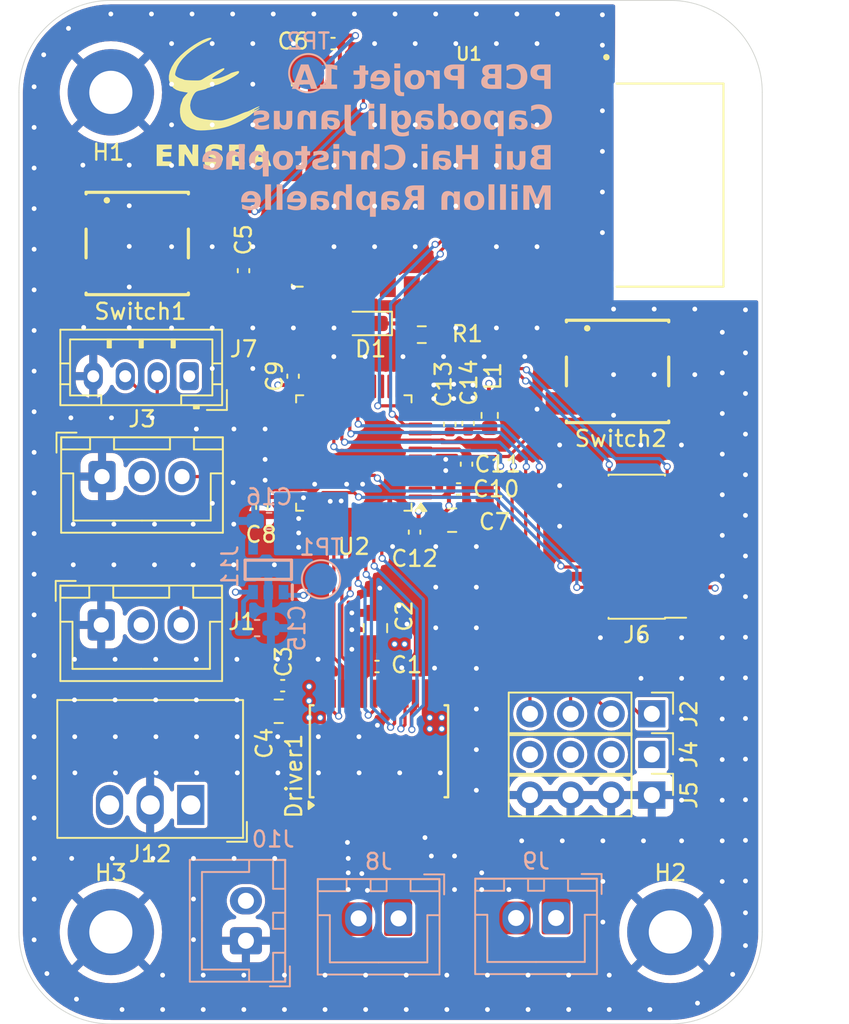
<source format=kicad_pcb>
(kicad_pcb (version 20240108) (generator "pcbnew") (generator_version "8.0")
  (title_block (title "PCB projet 1A ") (date "2025-02-06") (comment 1 "pinheader 3x4 P2.54mm donc j'ai combiné 3 rangés de 4 pins P2.54mm") (comment 2 "Les evertissements viennent du fait qu'il n'y a pas d'empreinte connecteur "))
  (layers (0 "F.Cu" signal) (1 "In1.Cu" signal) (2 "In2.Cu" signal) (31 "B.Cu" signal) (34 "B.Paste" user) (35 "F.Paste" user) (36 "B.SilkS" user "B.Silkscreen") (37 "F.SilkS" user "F.Silkscreen") (38 "B.Mask" user) (39 "F.Mask" user) (44 "Edge.Cuts" user))
  (net 0 "")
  (net 1 "+5V")
  (net 2 "GND")
  (net 3 "+3.3V")
  (net 4 "Net-(C5-Pad2)")
  (net 5 "+7.5V")
  (net 6 "/MCU, Alimentation et Régulateurs/NRST")
  (net 7 "+3.3VA")
  (net 8 "Net-(D1-K)")
  (net 9 "Net-(D1-A)")
  (net 10 "AO1")
  (net 11 "PWMA")
  (net 12 "BIN2")
  (net 13 "BIN1")
  (net 14 "BO2")
  (net 15 "AO2")
  (net 16 "BO1")
  (net 17 "AIN1")
  (net 18 "AIN2")
  (net 19 "PWMB")
  (net 20 "STBY")
  (net 21 "Echo")
  (net 22 "Triger")
  (net 23 "GPIO4")
  (net 24 "GPIO3")
  (net 25 "GPIO1")
  (net 26 "GPIO2")
  (net 28 "NRST")
  (net 29 "SWDIO")
  (net 31 "STLINK_TX")
  (net 32 "STLINK_RX")
  (net 36 "SWCLK")
  (net 37 "PWM_Servo2")
  (net 38 "PWM_Servo1")
  (net 41 "Net-(U1-~{RESETB})")
  (net 57 "UART4_RX")
  (net 71 "UART4_TX")
  (footprint "Package_QFP:LQFP-48_7x7mm_P0.5mm" (layer "F.Cu") (at 161.2 79.05 180)
    (property "Reference" "U2")
    (property "Value" "STM32L552CCTx")
  )
  (footprint "Connector_PinHeader_2.54mm:PinHeader_1x04_P2.54mm_Vertical" (layer "F.Cu") (at 179.84 100.44 -90)
    (property "Reference" "J5")
    (property "Value" "Conn_01x04")
  )
  (footprint "Capacitor_SMD:C_0805_2012Metric" (layer "F.Cu") (at 162.55 90 90)
    (property "Reference" "C2")
    (property "Value" "10u")
  )
  (footprint "Capacitor_SMD:C_0402_1005Metric" (layer "F.Cu") (at 165 84 -90)
    (property "Reference" "C12")
    (property "Value" "100n")
  )
  (footprint "Connector_PinHeader_2.54mm:PinHeader_1x04_P2.54mm_Vertical" (layer "F.Cu") (at 179.84 97.9 -90)
    (property "Reference" "J4")
    (property "Value" "Conn_01x04")
  )
  (footprint "Connector_JST:JST_PH_B4B-PH-K_1x04_P2.00mm_Vertical" (layer "F.Cu") (at 150.9 74.25 180)
    (property "Reference" "J7")
    (property "Value" "Conn_01x04")
  )
  (footprint "Connector_PinHeader_1.27mm:PinHeader_2x07_P1.27mm_Vertical_SMD" (layer "F.Cu") (at 178.9 84.91 180)
    (property "Reference" "J6")
    (property "Value" "Conn_ST_STDC14")
  )
  (footprint "Capacitor_SMD:C_0402_1005Metric" (layer "F.Cu") (at 162.65 92.4)
    (property "Reference" "C1")
    (property "Value" "100n")
  )
  (footprint "Capacitor_SMD:C_0402_1005Metric" (layer "F.Cu") (at 154.3 67.65 90)
    (property "Reference" "C5")
    (property "Value" "100n")
  )
  (footprint "MountingHole:MountingHole_2.7mm_M2.5_Pad" (layer "F.Cu") (at 146 109)
    (property "Reference" "H3")
    (property "Value" "MountingHole_Pad")
  )
  (footprint "Capacitor_SMD:C_0402_1005Metric" (layer "F.Cu") (at 168.25 79.75 -90)
    (property "Reference" "C11")
    (property "Value" "10n")
  )
  (footprint "Capacitor_SMD:C_0402_1005Metric" (layer "F.Cu") (at 155.45 82.45 -90)
    (property "Reference" "C8")
    (property "Value" "100n")
  )
  (footprint "boutonSMD_wurth430471025826:430471025826" (layer "F.Cu") (at 177.7 73.95)
    (property "Reference" "Switch2")
    (property "Value" "430471025826")
    (property "VALUE" "430471025826" (hide yes))
  )
  (footprint "Capacitor_SMD:C_0402_1005Metric" (layer "F.Cu") (at 156.75 93.6 180)
    (property "Reference" "C3")
    (property "Value" "100n")
  )
  (footprint "boutonSMD_wurth430471025826:430471025826" (layer "F.Cu") (at 147.65 65.95)
    (property "Reference" "Switch1")
    (property "Value" "430471025826")
    (property "VALUE" "430471025826" (hide yes))
  )
  (footprint "LED_SMD:LED_0603_1608Metric_Pad1.05x0.95mm_HandSolder" (layer "F.Cu") (at 161.925 70.95 180)
    (property "Reference" "D1")
    (property "Value" "LED")
  )
  (footprint "Inductor_SMD:L_0603_1608Metric" (layer "F.Cu") (at 169.7 76.7 90)
    (property "Reference" "L1")
    (property "Value" "39n")
  )
  (footprint "Capacitor_SMD:C_0402_1005Metric" (layer "F.Cu") (at 159.9 53.45 180)
    (property "Reference" "C6")
    (property "Value" "100n")
  )
  (footprint "MountingHole:MountingHole_2.7mm_M2.5_Pad" (layer "F.Cu") (at 146 56.5)
    (property "Reference" "H1")
    (property "Value" "MountingHole_Pad")
  )
  (footprint "LogoEnsea:LogoEnsea" (layer "F.Cu") (at 152.451173 57.402827)
    (property "Reference" "G***" (hide yes))
    (property "Value" "LOGO" (hide yes))
  )
  (footprint "Connector_JST:JST_XH_B3B-XH-A_1x03_P2.50mm_Vertical" (layer "F.Cu") (at 145.4 89.8)
    (property "Reference" "J1")
    (property "Value" "Conn_01x03")
  )
  (footprint "Capacitor_SMD:C_0402_1005Metric" (layer "F.Cu") (at 167.75 81.3)
    (property "Reference" "C10")
    (property "Value" "100n")
  )
  (footprint "Package_SO:SSOP-24_5.3x8.2mm_P0.65mm" (layer "F.Cu") (at 162.775 97.7 90)
    (property "Reference" "Driver1")
    (property "Value" "TB6612FNG")
  )
  (footprint "Capacitor_SMD:C_0805_2012Metric" (layer "F.Cu") (at 156.5 95.2 180)
    (property "Reference" "C4")
    (property "Value" "10u")
  )
  (footprint "Resistor_SMD:R_0603_1608Metric_Pad0.98x0.95mm_HandSolder" (layer "F.Cu") (at 165.45 71.65 180)
    (property "Reference" "R1")
    (property "Value" "1k")
  )
  (footprint "Converter_DCDC:Converter_DCDC_RECOM_R-78B-2.0_THT" (layer "F.Cu") (at 151 101.0575 180)
    (property "Reference" "J12")
    (property "Value" "R-78B5.0-2.0")
  )
  (footprint "Connector_PinHeader_2.54mm:PinHeader_1x04_P2.54mm_Vertical" (layer "F.Cu") (at 179.84 95.36 -90)
    (property "Reference" "J2")
    (property "Value" "Conn_01x04")
  )
  (footprint "HC-05:XCVR_HC-05" (layer "F.Cu") (at 170.5 62.3 -90)
    (property "Reference" "U1")
    (property "Value" "HC-05")
  )
  (footprint "Capacitor_SMD:C_0402_1005Metric" (layer "F.Cu") (at 168.35 77.2 90)
    (property "Reference" "C14")
    (property "Value" "1u")
  )
  (footprint "MountingHole:MountingHole_2.7mm_M2.5_Pad" (layer "F.Cu") (at 181 109)
    (property "Reference" "H2")
    (property "Value" "MountingHole_Pad")
  )
  (footprint "Connector_JST:JST_XH_B3B-XH-A_1x03_P2.50mm_Vertical" (layer "F.Cu") (at 145.45 80.525)
    (property "Reference" "J3")
    (property "Value" "Conn_01x03")
  )
  (footprint "Capacitor_SMD:C_0402_1005Metric" (layer "F.Cu") (at 167.2 77.25 90)
    (property "Reference" "C13")
    (property "Value" "10n")
  )
  (footprint "Capacitor_SMD:C_0402_1005Metric" (layer "F.Cu") (at 157.4 74.25 90)
    (property "Reference" "C9")
    (property "Value" "100n")
  )
  (footprint "Capacitor_SMD:C_0805_2012Metric" (layer "F.Cu") (at 167.35 83.25)
    (property "Reference" "C7")
    (property "Value" "4u7")
  )
  (footprint "Connector_JST:JST_XH_B2B-XH-A_1x02_P2.50mm_Vertical" (layer "B.Cu") (at 154.45 109.55 90)
    (property "Reference" "J10")
    (property "Value" "Conn_01x02")
  )
  (footprint "BU33SD5WG-TR:SOT95P280X125-5N" (layer "B.Cu") (at 155.85 86.35 90)
    (property "Reference" "J11")
    (property "Value" "BU33SD5WG-TR")
  )
  (footprint "Connector_JST:JST_XH_B2B-XH-A_1x02_P2.50mm_Vertical" (layer "B.Cu") (at 173.85 108.125 180)
    (property "Reference" "J9")
    (property "Value" "Conn_01x02")
  )
  (footprint "TestPoint:TestPoint_Pad_D2.0mm" (layer "B.Cu") (at 158.35 55.3 180)
    (property "Reference" "TP2")
    (property "Value" "TestPoint")
  )
  (footprint "TestPoint:TestPoint_Pad_D2.0mm" (layer "B.Cu") (at 159.15 86.95 180)
    (property "Reference" "TP1")
    (property "Value" "TestPoint")
  )
  (footprint "Connector_JST:JST_XH_B2B-XH-A_1x02_P2.50mm_Vertical" (layer "B.Cu") (at 164 108.15 180)
    (property "Reference" "J8")
    (property "Value" "Conn_01x02")
  )
  (footprint "Capacitor_SMD:C_0603_1608Metric_Pad1.08x0.95mm_HandSolder" (layer "B.Cu") (at 155.15 90)
    (property "Reference" "C15")
    (property "Value" "1uF")
  )
  (footprint "Capacitor_SMD:C_0603_1608Metric_Pad1.08x0.95mm_HandSolder" (layer "B.Cu") (at 155.9 83.3 180)
    (property "Reference" "C16")
    (property "Value" "1uF")
  )
  (gr_arc (start 146.05 114.75) (mid 141.969491 113.101219) (end 140.25 109.05) (stroke (width 0.05)) (layer "Edge.Cuts"))
  (gr_line (start 181 114.75) (end 146.05 114.75) (stroke (width 0.05)) (layer "Edge.Cuts"))
  (gr_line (start 140.25 109.05) (end 140.25 56.5) (stroke (width 0.05)) (layer "Edge.Cuts"))
  (gr_arc (start 186.75 109) (mid 185.065864 113.065864) (end 181 114.75) (stroke (width 0.05)) (layer "Edge.Cuts"))
  (gr_arc (start 140.25 56.5) (mid 141.934136 52.434136) (end 146 50.75) (stroke (width 0.05)) (layer "Edge.Cuts"))
  (gr_line (start 186.75 56.5) (end 186.75 109) (stroke (width 0.05)) (layer "Edge.Cuts"))
  (gr_line (start 146 50.75) (end 181 50.75) (stroke (width 0.05)) (layer "Edge.Cuts"))
  (gr_arc (start 181 50.75) (mid 185.065864 52.434136) (end 186.75 56.5) (stroke (width 0.05)) (layer "Edge.Cuts"))
  (gr_text "PCB Projet 1A\nCapodagli Janus\nBui Hai Christophe\nMillon Raphaelle" (at 173.7 64.1 0) (layer "B.SilkS") (effects (font (size 1.5 1.5) (thickness 0.2) (bold yes)) (justify left bottom mirror)))
  (via (at 153.8 87.75) (size 0.45) (drill 0.3) (layers "F.Cu" "B.Cu") (net 1))
  (via (at 158.05 87.95) (size 0.45) (drill 0.3) (layers "F.Cu" "B.Cu") (net 1))
  (segment (start 154.9 87.75) (end 154.3 88.35) (width 0.3) (layer "B.Cu") (net 1))
  (segment (start 158.05 87.95) (end 158.15 87.95) (width 0.3) (layer "B.Cu") (net 1))
  (segment (start 158.05 87.95) (end 157 87.95) (width 0.3) (layer "B.Cu") (net 1))
  (segment (start 157 87.95) (end 156.8 87.75) (width 0.3) (layer "B.Cu") (net 1))
  (segment (start 158.15 87.95) (end 159.15 86.95) (width 0.3) (layer "B.Cu") (net 1))
  (segment (start 153.8 87.75) (end 154.9 87.75) (width 0.3) (layer "B.Cu") (net 1))
  (segment (start 154.3 89.9875) (end 154.2875 90) (width 0.3) (layer "B.Cu") (net 1))
  (segment (start 154.3 88.35) (end 154.3 89.9875) (width 0.3) (layer "B.Cu") (net 1))
  (via (at 146.04 76.85) (size 0.45) (drill 0.3) (layers "F.Cu" "B.Cu") (net 2))
  (via (at 181.705 93.14) (size 0.45) (drill 0.3) (layers "F.Cu" "B.Cu") (net 2))
  (via (at 153.65 80.9) (size 0.45) (drill 0.3) (layers "F.Cu" "B.Cu") (net 2))
  (via (at 146.19 83.5) (size 0.45) (drill 0.3) (layers "F.Cu" "B.Cu") (net 2))
  (via (at 148.805 94.49) (size 0.45) (drill 0.3) (layers "F.Cu" "B.Cu") (net 2))
  (via (at 143.65 83.5) (size 0.45) (drill 0.3) (layers "F.Cu" "B.Cu") (net 2))
  (via (at 154.318239 111.698705) (size 0.45) (drill 0.3) (layers "F.Cu" "B.Cu") (net 2))
  (via (at 185.7 82.95) (size 0.45) (drill 0.3) (layers "F.Cu" "B.Cu") (net 2))
  (via (at 168.65 75.6) (size 0.45) (drill 0.3) (layers "F.Cu" "B.Cu") (net 2))
  (via (at 155.65 77.55) (size 0.45) (drill 0.3) (layers "F.Cu" "B.Cu") (net 2))
  (via (at 161.24 51.6) (size 0.45) (drill 0.3) (layers "F.Cu" "B.Cu") (net 2))
  (via (at 143.725 94.49) (size 0.45) (drill 0.3) (layers "F.Cu" "B.Cu") (net 2))
  (via (at 149.8 55.99) (size 0.45) (drill 0.3) (layers "F.Cu" "B.Cu") (net 2))
  (via (at 185.7 93.11) (size 0.45) (drill 0.3) (layers "F.Cu" "B.Cu") (net 2))
  (via (at 184.25 74.04) (size 0.45) (drill 0.3) (layers "F.Cu" "B.Cu") (net 2))
  (via (at 169.558239 111.698705) (size 0.45) (drill 0.3) (layers "F.Cu" "B.Cu") (net 2))
  (via (at 155.65 80.75) (size 0.45) (drill 0.3) (layers "F.Cu" "B.Cu") (net 2))
  (via (at 156.25 104.4) (size 0.45) (drill 0.3) (layers "F.Cu" "B.Cu") (net 2))
  (via (at 149.8 66.15) (size 0.45) (drill 0.3) (layers "F.Cu" "B.Cu") (net 2))
  (via (at 172.66 71.23) (size 0.45) (drill 0.3) (layers "F.Cu" "B.Cu") (net 2))
  (via (at 182.53 70.05) (size 0.45) (drill 0.3) (layers "F.Cu" "B.Cu") (net 2))
  (via (at 176.78 105.84) (size 0.45) (drill 0.3) (layers "F.Cu" "B.Cu") (net 2))
  (via (at 171.895 73.025) (size 0.45) (drill 0.3) (layers "F.Cu" "B.Cu") (net 2))
  (via (at 161.7 105.35) (size 0.45) (drill 0.3) (layers "F.Cu" "B.Cu") (net 2))
  (via (at 141.2 81.55) (size 0.45) (drill 0.3) (layers "F.Cu" "B.Cu") (net 2))
  (via (at 151.08 51.6) (size 0.45) (drill 0.3) (layers "F.Cu" "B.Cu") (net 2))
  (via (at 167.45 75.65) (size 0.45) (drill 0.3) (layers "F.Cu" "B.Cu") (net 2))
  (via (at 147.15 71.21) (size 0.45) (drill 0.3) (layers "F.Cu" "B.Cu") (net 2))
  (via (at 169.56 113.85) (size 0.45) (drill 0.3) (layers "F.Cu" "B.Cu") (net 2))
  (via (at 152.34 66.15) (size 0.45) (drill 0.3) (layers "F.Cu" "B.Cu") (net 2))
  (via (at 160.75 81) (size 0.45) (drill 0.3) (layers "F.Cu" "B.Cu") (net 2))
  (via (at 170.12 71.23) (size 0.45) (drill 0.3) (layers "F.Cu" "B.Cu") (net 2))
  (via (at 174.075 78.55) (size 0.45) (drill 0.3) (layers "F.Cu" "B.Cu") (net 2))
  (via (at 179.32 103.3) (size 0.45) (drill 0.3) (layers "F.Cu" "B.Cu") (net 2))
  (via (at 151.17 109.48) (size 0.45) (drill 0.3) (layers "F.Cu" "B.Cu") (net 2))
  (via (at 184.245 90.6) (size 0.45) (drill 0.3) (layers "F.Cu" "B.Cu") (net 2))
  (via (at 167.58 58.53) (size 0.45) (drill 0.3) (layers "F.Cu" "B.Cu") (net 2))
  (via (at 185.7 75.33) (size 0.45) (drill 0.3) (layers "F.Cu" "B.Cu") (net 2))
  (via (at 174.64 113.85) (size 0.45) (drill 0.3) (layers "F.Cu" "B.Cu") (net 2))
  (via (at 141.2 58.69) (size 0.45) (drill 0.3) (layers "F.Cu" "B.Cu") (net 2))
  (via (at 167.58 63.61) (size 0.45) (drill 0.3) (layers "F.Cu" "B.Cu") (net 2))
  (via (at 160.85 104.4) (size 0.45) (drill 0.3) (layers "F.Cu" "B.Cu") (net 2))
  (via (at 166.325 89.98) (size 0.45) (drill 0.3) (layers "F.Cu" "B.Cu") (net 2))
  (via (at 167.02 113.85) (size 0.45) (drill 0.3) (layers "F.Cu" "B.Cu") (net 2))
  (via (at 184.25 84.2) (size 0.45) (drill 0.3) (layers "F.Cu" "B.Cu") (net 2))
  (via (at 141.2 71.39) (size 0.45) (drill 0.3) (layers "F.Cu" "B.Cu") (net 2))
  (via (at 149.8 53.45) (size 0.45) (drill 0.3) (layers "F.Cu" "B.Cu") (net 2))
  (via (at 146.29 99.05) (size 0.45) (drill 0.3) (layers "F.Cu" "B.Cu") (net 2))
  (via (at 159.96 61.07) (size 0.45) (drill 0.3) (layers "F.Cu" "B.Cu") (net 2))
  (via (at 163.625 84.9) (size 0.45) (drill 0.3) (layers "F.Cu" "B.Cu") (net 2))
  (via (at 170.9 106.35) (size 0.45) (drill 0.3) (layers "F.Cu" "B.Cu") (net 2))
  (via (at 177.45 74.15) (size 0.45) (drill 0.3) (layers "F.Cu" "B.Cu") (net 2))
  (via (at 169.355 73.025) (size 0.45) (drill 0.3) (layers "F.Cu" "B.Cu") (net 2))
  (via (at 185.7 72.79) (size 0.45) (drill 0.3) (layers "F.Cu" "B.Cu") (net 2))
  (via (at 160.85 106.35) (size 0.45) (drill 0.3) (layers "F.Cu" "B.Cu") (net 2))
  (via (at 154.88 71.23) (size 0.45) (drill 0.3) (layers "F.Cu" "B.Cu") (net 2))
  (via (at 141.2 109.49) (size 0.45) (drill 0.3) (layers "F.Cu" "B.Cu") (net 2))
  (via (at 148.83 99.05) (size 0.45) (drill 0.3) (layers "F.Cu" "B.Cu") (net 2))
  (via (at 159.96 71.23) (size 0.45) (drill 0.3) (layers "F.Cu" "B.Cu") (net 2))
  (via (at 162.5 53.45) (size 0.45) (drill 0.3) (layers "F.Cu" "B.Cu") (net 2))
  (via (at 151.36 96.79) (size 0.45) (drill 0.3) (layers "F.Cu" "B.Cu") (net 2))
  (via (at 141.2 76.47) (size 0.45) (drill 0.3) (layers "F.Cu" "B.Cu") (net 2))
  (via (at 142 111.6) (size 0.45) (drill 0.3) (layers "F.Cu" "B.Cu") (net 2))
  (via (at 141.2 84.09) (size 0.45) (drill 0.3) (layers "F.Cu" "B.Cu") (net 2))
  (via (at 182.53 74.15) (size 0.45) (drill 0.3) (layers "F.Cu" "B.Cu") (net 2))
  (via (at 165.04 58.53) (size 0.45) (drill 0.3) (layers "F.Cu" "B.Cu") (net 2))
  (via (at 177.178239 111.698705) (size 0.45) (drill 0.3) (layers "F.Cu" "B.Cu") (net 2))
  (via (at 152.34 55.99) (size 0.45) (drill 0.3) (layers "F.Cu" "B.Cu") (net 2))
  (via (at 154.88 73.77) (size 0.45) (drill 0.3) (layers "F.Cu" "B.Cu") (net 2))
  (via (at 141.8 54.15) (size 0.45) (drill 0.3) (layers "F.Cu" "B.Cu") (net 2))
  (via (at 141.2 56.15) (size 0.45) (drill 0.3) (layers "F.Cu" "B.Cu") (net 2))
  (via (at 172.66 63.61) (size 0.45) (drill 0.3) (layers "F.Cu" "B.Cu") (net 2))
  (via (at 184.245 95.68) (size 0.45) (drill 0.3) (layers "F.Cu" "B.Cu") (net 2))
  (via (at 181.695 78.55) (size 0.45) (drill 0.3) (layers "F.Cu" "B.Cu") (net 2))
  (via (at 148.54 51.6) (size 0.45) (drill 0.3) (layers "F.Cu" "B.Cu") (net 2))
  (via (at 172.66 58.53) (size 0.45) (drill 0.3) (layers "F.Cu" "B.Cu") (net 2))
  (via (at 153.9 96.79) (size 0.45) (drill 0.3) (layers "F.Cu" "B.Cu") (net 2))
  (via (at 184.25 86.74) (size 0.45) (drill 0.3) (layers "F.Cu" "B.Cu") (net 2))
  (via (at 161.075 90.1) (size 0.45) (drill 0.3) (layers "F.Cu" "B.Cu") (net 2))
  (via (at 146.265 94.49) (size 0.45) (drill 0.3) (layers "F.Cu" "B.Cu") (net 2))
  (via (at 159.96 66.15) (size 0.45) (drill 0.3) (layers "F.Cu" "B.Cu") (net 2))
  (via (at 167.018239 111.698705) (size 0.45) (drill 0.3) (layers "F.Cu" "B.Cu") (net 2))
  (via (at 184.245 105.84) (size 0.45) (drill 0.3) (layers "F.Cu" "B.Cu") (net 2))
  (via (at 166.61 99.05) (size 0.45) (drill 0.3) (layers "F.Cu" "B.Cu") (net 2))
  (via (at 166.2 74.8) (size 0.45) (drill 0.3) (layers "F.Cu" "B.Cu") (net 2))
  (via (at 156.23 86.04) (size 0.45) (drill 0.3) (layers "F.Cu" "B.Cu") (net 2))
  (via (at 143.74 96.79) (size 0.45) (drill 0.3) (layers "F.Cu" "B.Cu") (net 2))
  (via (at 153.69 86.04) (size 0.45) (drill 0.3) (layers "F.Cu" "B.Cu") (net 2))
  (via (at 148.58 76.85) (size 0.45) (drill 0.3) (layers "F.Cu" "B.Cu") (net 2))
  (via (at 161.075 89.05) (size 0.45) (drill 0.3) (layers "F.Cu" "B.Cu") (net 2))
  (via (at 184.25 76.58) (size 0.45) (drill 0.3) (layers "F.Cu" "B.Cu") (net 2))
  (via (at 162.825 87.5) (size 0.45) (drill 0.3) (layers "F.Cu" "B.Cu") (net 2))
  (via (at 164.025 88.6) (size 0.45) (drill 0.3) (layers "F.Cu" "B.Cu") (net 2))
  (via (at 141.2 63.77) (size 0.45) (drill 0.3) (layers "F.Cu" "B.Cu") (net 2))
  (via (at 168.865 89.98) (size 0.45) (drill 0.3) (layers "F.Cu" "B.Cu") (net 2))
  (via (at 164.525 89.75) (size 0.45) (drill 0.3) (layers "F.Cu" "B.Cu") (net 2))
  (via (at 164.48 113.85) (size 0.45) (drill 0.3) (layers "F.Cu" "B.Cu") (net 2))
  (via (at 161.075 91.325) (size 0.45) (drill 0.3) (layers "F.Cu" "B.Cu") (net 2))
  (via (at 160.85 105.3) (size 0.45) (drill 0.3) (layers "F.Cu" "B.Cu") (net 2))
  (via (at 146.7 113.85) (size 0.45) (drill 0.3) (layers "F.Cu" "B.Cu") (net 2))
  (via (at 156.16 51.6) (size 0.45) (drill 0.3) (layers "F.Cu" "B.Cu") (net 2))
  (via (at 149.24 113.85) (size 0.45) (drill 0.3) (layers "F.Cu" "B.Cu") (net 2))
  (via (at 160.8 103.4) (size 0.45) (drill 0.3) (layers "F.Cu" "B.Cu") (net 2))
  (via (at 151.15 86.04) (size 0.45) (drill 0.3) (layers "F.Cu" "B.Cu") (net 2))
  (via (at 168.865 87.44) (size 0.45) (drill 0.3) (layers "F.Cu" "B.Cu") (net 2))
  (via (at 151.35 77.55) (size 0.45) (drill 0.3) (layers "F.Cu" "B.Cu") (net 2))
  (via (at 168.865 84.9) (size 0.45) (drill 0.3) (layers "F.Cu" "B.Cu") (net 2))
  (via (at 141.2 68.85) (size 0.45) (drill 0.3) (layers "F.Cu" "B.Cu") (net 2))
  (via (at 146.28 96.79) (size 0.45) (drill 0.3) (layers "F.Cu" "B.Cu") (net 2))
  (via (at 182.7 113.45) (size 0.45) (drill 0.3) (layers "F.Cu" "B.Cu") (net 2))
  (via (at 172.66 66.15) (size 0.45) (drill 0.3) (layers "F.Cu" "B.Cu") (net 2))
  (via (at 168.865 100.14) (size 0.45) (drill 0.3) (layers "F.Cu" "B.Cu") (net 2))
  (via (at 185.7 70.1) (size 0.45) (drill 0.3) (layers "F.Cu" "B.Cu") (net 2))
  (via (at 156.44 96.79) (size 0.45) (drill 0.3) (layers "F.Cu" "B.Cu") (net 2))
  (via (at 174.24 103.3) (size 0.45) (drill 0.3) (layers "F.Cu" "B.Cu") (net 2))
  (via (at 141.2 89.17) (size 0.45) (drill 0.3) (layers "F.Cu" "B.Cu") (net 2))
  (via (at 166.95 80.15) (size 0.45) (drill 0.3) (layers "F.Cu" "B.Cu") (net 2))
  (via (at 143.725 91.95) (size 0.45) (drill 0.3) (layers "F.Cu" "B.Cu") (net 2))
  (via (at 162.5 61.07) (size 0.45) (drill 0.3) (layers "F.Cu" "B.Cu") (net 2))
  (via (at 168.865 97.6) (size 0.45) (drill 0.3) (layers "F.Cu" "B.Cu") (net 2))
  (via (at 153.69 83.5) (size 0.45) (drill 0.3) (layers "F.Cu" "B.Cu") (net 2))
  (via (at 165.04 61.07) (size 0.45) (drill 0.3) (layers "F.Cu" "B.Cu") (net 2))
  (via (at 154.88 66.15) (size 0.45) (drill 0.3) (layers "F.Cu" "B.Cu") (net 2))
  (via (at 169.2 105.3) (size 0.45) (drill 0.3) (layers "F.Cu" "B.Cu") (net 2))
  (via (at 176.75 53.55) (size 0.45) (drill 0.3) (layers "F.Cu" "B.Cu") (net 2))
  (via (at 179.165 93.14) (size 0.45) (drill 0.3) (layers "F.Cu" "B.Cu") (net 2))
  (via (at 172.66 53.45) (size 0.45) (drill 0.3) (layers "F.Cu" "B.Cu") (net 2))
  (via (at 141.2 66.31) (size 0.45) (drill 0.3) (layers "F.Cu" "B.Cu") (net 2))
  (via (at 158.99 99.05) (size 0.45) (drill 0.3) (layers "F.Cu" "B.Cu") (net 2))
  (via (at 141.2 86.63) (size 0.45) (drill 0.3) (layers "F.Cu" "B.Cu") (net 2))
  (via (at 161.53 99.05) (size 0.45) (drill 0.3) (layers "F.Cu" "B.Cu") (net 2))
  (via (at 166.325 87.44) (size 0.45) (drill 0.3) (layers "F.Cu" "B.Cu") (net 2))
  (via (at 146.19 86.04) (size 0.45) (drill 0.3) (layers "F.Cu" "B.Cu") (net 2))
  (via (at 181.705 98.22) (size 0.45) (drill 0.3) (layers "F.Cu" "B.Cu") (net 2))
  (via (at 152.34 71.23) (size 0.45) (drill 0.3) (layers "F.Cu" "B.Cu") (net 2))
  (via (at 149.8 71.23) (size 0.45) (drill 0.3) (layers "F.Cu" "B.Cu") (net 2))
  (via (at 156.86 113.85) (size 0.45) (drill 0.3) (layers "F.Cu" "B.Cu") (net 2))
  (via (at 148.805 91.95) (size 0.45) (drill 0.3) (layers "F.Cu" "B.Cu") (net 2))
  (via (at 184.25 71.5) (size 0.45) (drill 0.3) (layers "F.Cu" "B.Cu") (net 2))
  (via (at 152.35 82.2) (size 0.45) (drill 0.3) (layers "F.Cu" "B.Cu") (net 2))
  (via (at 151.78 113.85) (size 0.45) (drill 0.3) (layers "F.Cu" "B.Cu") (net 2))
  (via (at 161.52 96.79) (size 0.45) (drill 0.3) (layers "F.Cu" "B.Cu") (net 2))
  (via (at 161.938239 111.698705) (size 0.45) (drill 0.3) (layers "F.Cu" "B.Cu") (net 2))
  (via (at 153.7 77.55) (size 0.45) (drill 0.3) (layers "F.Cu" "B.Cu") (net 2))
  (via (at 167.5 104.25) (size 0.45) (drill 0.3) (layers "F.Cu" "B.Cu") (net 2))
  (via (at 158.965 91.95) (size 0.45) (drill 0.3) (layers "F.Cu" "B.Cu") (net 2))
  (via (at 149.8 61.07) (size 0.45) (drill 0.3) (layers "F.Cu" "B.Cu") (net 2))
  (via (at 159.4 113.85) (size 0.45) (drill 0.3) (layers "F.Cu" "B.Cu") (net 2))
  (via (at 148.73 86.04) (size 0.45) (drill 0.3) (layers "F.Cu" "B.Cu") (net 2))
  (via (at 185.7 77.87) (size 0.45) (drill 0.3) (layers "F.Cu" "B.Cu") (net 2))
  (via (at 167.5 106.35) (size 0.45) (drill 0.3) (layers "F.Cu" "B.Cu") (net 2))
  (via (at 153.91 99.05) (size 0.45) (drill 0.3) (layers "F.Cu" "B.Cu") (net 2))
  (via (at 144.3 71.2) (size 0.45) (drill 0.3) (layers "F.Cu" "B.Cu") (net 2))
  (via (at 158.98 96.79) (size 0.45) (drill 0.3) (layers "F.Cu" "B.Cu") (net 2))
  (via (at 141.2 104.41) (size 0.45) (drill 0.3) (layers "F.Cu" "B.Cu") (net 2))
  (via (at 148.63 104.4) (size 0.45) (drill 0.3) (layers "F.Cu" "B.Cu") (net 2))
  (via (at 176.75 62.73) (size 0.45) (drill 0.3) (layers "F.Cu" "B.Cu") (net 2))
  (via (at 151.15 83.5) (size 0.45) (drill 0.3) (layers "F.Cu" "B.Cu") (net 2))
  (via (at 170.12 66.15) (size 0.45) (drill 0.3) (layers "F.Cu" "B.Cu") (net 2))
  (via (at 141.2 106.95) (size 0.45) (drill 0.3) (layers "F.Cu" "B.Cu") (net 2))
  (via (at 179.72 113.85) (size 0.45) (drill 0.3) (layers "F.Cu" "B.Cu") (net 2))
  (via (at 143.35 52.5) (size 0.45) (drill 0.3) (layers "F.Cu" "B.Cu") (net 2))
  (via (at 164.478239 111.698705) (size 0.45) (drill 0.3) (layers "F.Cu" "B.Cu") (net 2))
  (via (at 156.858239 111.698705) (size 0.45) (drill 0.3) (layers "F.Cu" "B.Cu") (net 2))
  (via (at 154.88 61.07) (size 0.45) (drill 0.3) (layers "F.Cu" "B.Cu") (net 2))
  (via (at 153.885 94.49) (size 0.45) (drill 0.3) (layers "F.Cu" "B.Cu") (net 2))
  (via (at 152.34 61.07) (size 0.45) (drill 0.3) (layers "F.Cu" "B.Cu") (net 2))
  (via (at 162.5 66.15) (size 0.45) (drill 0.3) (layers "F.Cu" "B.Cu") (net 2))
  (via (at 166.815 73.025) (size 0.45) (drill 0.3) (layers "F.Cu" "B.Cu") (net 2))
  (via (at 157.42 53.45) (size 0.45) (drill 0.3) (layers "F.Cu" "B.Cu") (net 2))
  (via (at 167.45 74.75) (size 0.45) (drill 0.3) (layers "F.Cu" "B.Cu") (net 2))
  (via (at 162.5 58.53) (size 0.45) (drill 0.3) (layers "F.Cu" "B.Cu") (net 2))
  (via (at 179.155 78.55) (size 0.45) (drill 0.3) (layers "F.Cu" "B.Cu") (net 2))
  (via (at 171.4 51.6) (size 0.45) (drill 0.3) (layers "F.Cu" "B.Cu") (net 2))
  (via (at 168.865 95.06) (size 0.45) (drill 0.3) (layers "F.Cu" "B.Cu") (net 2))
  (via (at 165.65 103.1) (size 0.45) (drill 0.3) (layers "F.Cu" "B.Cu") (net 2))
  (via (at 185.7 88.03) (size 0.45) (drill 0.3) (layers "F.Cu" "B.Cu") (net 2))
  (via (at 141.2 73.93) (size 0.45) (drill 0.3) (layers "F.Cu" "B.Cu") (net 2))
  (via (at 166.325 84.9) (size 0.45) (drill 0.3) (layers "F.Cu" "B.Cu") (net 2))
  (via (at 143.55 104.4) (size 0.45) (drill 0.3) (layers "F.Cu" "B.Cu") (net 2))
  (via (at 161.75 81) (size 0.45) (drill 0.3) (layers "F.Cu" "B.Cu") (net 2))
  (via (at 166.32 51.6) (size 0.45) (drill 0.3) (layers "F.Cu" "B.Cu") (net 2))
  (via (at 154.32 113.85) (size 0.45) (drill 0.3) (layers "F.Cu" "B.Cu") (net 2))
  (via (at 181.705 95.68) (size 0.45) (drill 0.3) (layers "F.Cu" "B.Cu") (net 2))
  (via (at 185.7 90.57) (size 0.45) (drill 0.3) (layers "F.Cu" "B.Cu") (net 2))
  (via (at 162.675 96.075) (size 0.45) (drill 0.3) (layers "F.Cu" "B.Cu") (net 2))
  (via (at 167.58 61.07) (size 0.45) (drill 0.3) (layers "F.Cu" "B.Cu") (net 2))
  (via (at 176.75 57.65) (size 0.45) (drill 0.3) (layers "F.Cu" "B.Cu") (net 2))
  (via (at 168.65 74.8) (size 0.45) (drill 0.3) (layers "F.Cu" "B.Cu") (net 2))
  (via (at 147.15 63.59) (size 0.45) (drill 0.3) (layers "F.Cu" "B.Cu") (net 2))
  (via (at 158.75 81) (size 0.45) (drill 0.3) (layers "F.Cu" "B.Cu") (net 2))
  (via (at 146 51.6) (size 0.45) (drill 0.3) (layers "F.Cu" "B.Cu") (net 2))
  (via (at 184.245 100.76) (size 0.45) (drill 0.3) (layers "F.Cu" "B.Cu") (net 2))
  (via (at 179.99 70.05) (size 0.45) (drill 0.3) (layers "F.Cu" "B.Cu") (net 2))
  (via (at 152.34 58.53) (size 0.45) (drill 0.3) (layers "F.Cu" "B.Cu") (net 2))
  (via (at 181.705 100.76) (size 0.45) (drill 0.3) (layers "F.Cu" "B.Cu") (net 2))
  (via (at 174.638239 111.698705) (size 0.45) (drill 0.3) (layers "F.Cu" "B.Cu") (net 2))
  (via (at 177.45 76.69) (size 0.45) (drill 0.3) (layers "F.Cu" "B.Cu") (net 2))
  (via (at 166.25 92.5) (size 0.45) (drill 0.3) (layers "F.Cu" "B.Cu") (net 2))
  (via (at 184.245 103.3) (size 0.45) (drill 0.3) (layers "F.Cu" "B.Cu") (net 2))
  (via (at 143.5 76.85) (size 0.45) (drill 0.3) (layers "F.Cu" "B.Cu") (net 2))
  (via (at 171.7 103.3) (size 0.45) (drill 0.3) (layers "F.Cu" "B.Cu") (net 2))
  (via (at 184.245 98.22) (size 0.45) (drill 0.3) (layers "F.Cu" "B.Cu") (net 2))
  (via (at 163.78 51.6) (size 0.45) (drill 0.3) (layers "F.Cu" "B.Cu") (net 2))
  (via (at 184.25 81.66) (size 0.45) (drill 0.3) (layers "F.Cu" "B.Cu") (net 2))
  (via (at 179.165 90.6) (size 0.45) (drill 0.3) (layers "F.Cu" "B.Cu") (net 2))
  (via (at 156.45 99.05) (size 0.45) (drill 0.3) (layers "F.Cu" "B.Cu") (net 2))
  (via (at 148.73 83.5) (size 0.45) (drill 0.3) (layers "F.Cu" "B.Cu") (net 2))
  (via (at 154.88 55.99) (size 0.45) (drill 0.3) (layers "F.Cu" "B.Cu") (net 2))
  (via (at 154.88 53.45) (size 0.45) (drill 0.3) (layers "F.Cu" "B.Cu") (net 2))
  (via (at 146.265 91.95) (size 0.45) (drill 0.3) (layers "F.Cu" "B.Cu") (net 2))
  (via (at 176.625 90.6) (size 0.45) (drill 0.3) (layers "F.Cu" "B.Cu") (net 2))
  (via (at 164.2 92.475) (size 0.45) (drill 0.3) (layers "F.Cu" "B.Cu") (net 2))
  (via (at 158.7 51.6) (size 0.45) (drill 0.3) (layers "F.Cu" "B.Cu") (net 2))
  (via (at 179.99 74.15) (size 0.45) (drill 0.3) (layers "F.Cu" "B.Cu") (net 2))
  (via (at 149.238239 111.698705) (size 0.45) (drill 0.3) (layers "F.Cu" "B.Cu") (net 2))
  (via (at 141.2 96.79) (size 0.45) (drill 0.3) (layers "F.Cu" "B.Cu") (net 2))
  (via (at 147.15 61.05) (size 0.45) (drill 0.3) (layers "F.Cu" "B.Cu") (net 2))
  (via (at 185.7 80.41) (size 0.45) (drill 0.3) (layers "F.Cu" "B.Cu") (net 2))
  (via (at 161.94 113.85) (size 0.45) (drill 0.3) (layers "F.Cu" "B.Cu") (net 2))
  (via (at 157.42 71.23) (size 0.45) (drill 0.3) (layers "F.Cu" "B.Cu") (net 2))
  (via (at 168.865 92.52) (size 0.45) (drill 0.3) (layers "F.Cu" "B.Cu") (net 2))
  (via (at 166.2 75.65) (size 0.45) (drill 0.3) (layers "F.Cu" "B.Cu") (net 2))
  (via (at 141.2 101.87) (size 0.45) (drill 0.3) (layers "F.Cu" "B.Cu") (net 2))
  (via (at 151.345 94.49) (size 0.45) (drill 0.3) (layers "F.Cu" "B.Cu") (net 2))
  (via (at 185.7 100.73) (size 0.45) (drill 0.3) (layers "F.Cu" "B.Cu") (net 2))
  (via (at 152.34 53.45) (size 0.45) (drill 0.3) (layers "F.Cu" "B.Cu") (net 2))
  (via (at 172.1 113.85) (size 0.45) (drill 0.3) (layers "F.Cu" "B.Cu") (net 2))
  (via (at 184.9 111.65) (size 0.45) (drill 0.3) (layers "F.Cu" "B.Cu") (net 2))
  (via (at 181.705 103.3) (size 0.45) (drill 0.3) (layers "F.Cu" "B.Cu") (net 2))
  (via (at 174.075 83.63) (size 0.45) (drill 0.3) (layers "F.Cu" "B.Cu") (net 2))
  (via (at 151.345 91.95) (size 0.45) (drill 0.3) (layers "F.Cu" "B.Cu") (net 2))
  (via (at 177.45 70.05) (size 0.45) (drill 0.3) (layers "F.Cu" "B.Cu") (net 2))
  (via (at 144.25 61.05) (size 0.45) (drill 0.3) (layers "F.Cu" "B.Cu") (net 2))
  (via (at 155.65 79.45) (size 0.45) (drill 0.3) (layers "F.Cu" "B.Cu") (net 2))
  (via (at 184.245 93.14) (size 0.45) (drill 0.3) (layers "F.Cu" "B.Cu") (net 2))
  (via (at 185.7 109.85) (size 0.45) (drill 0.3) (layers "F.Cu" "B.Cu") (net 2))
  (via (at 159.95 73.025) (size 0.45) (drill 0.3) (layers "F.Cu" "B.Cu") (net 2))
  (via (at 167.58 53.45) (size 0.45) (drill 0.3) (layers "F.Cu" "B.Cu") (net 2))
  (via (at 162.5 63.61) (size 0.45) (drill 0.3) (layers "F.Cu" "B.Cu") (net 2))
  (via (at 143.65 86.04) (size 0.45) (drill 0.3) (layers "F.Cu" "B.Cu") (net 2))
  (via (at 141.2 99.33) (size 0.45) (drill 0.3) (layers "F.Cu" "B.Cu") (net 2))
  (via (at 172.66 76.31) (size 0.45) (drill 0.3) (layers "F.Cu" "B.Cu") (net 2))
  (via (at 176.78 108.38) (size 0.45) (drill 0.3) (layers "F.Cu" "B.Cu") (net 2))
  (via (at 151.17 104.4) (size 0.45) (drill 0.3) (layers "F.Cu" "B.Cu") (net 2))
  (via (at 176.78 103.3) (size 0.45) (drill 0.3) (layers "F.Cu" "B.Cu") (net 2))
  (via (at 151.778239 111.698705) (size 0.45) (drill 0.3) (layers "F.Cu" "B.Cu") (net 2))
  (via (at 166.95 79.45) (size 0.45) (drill 0.3) (layers "F.Cu" "B.Cu") (net 2))
  (via (at 185.7 107.8) (size 0.45) (drill 0.3) (layers "F.Cu" "B.Cu") (net 2))
  (via (at 185.7 98.19) (size 0.45) (drill 0.3) (layers "F.Cu" "B.Cu") (net 2))
  (via (at 170.12 53.45) (size 0.45) (drill 0.3) (layers "F.Cu" "B.Cu") (net 2))
  (via (at 172.098239 111.698705) (size 0.45) (drill 0.3) (layers "F.Cu" "B.Cu") (net 2))
  (via (at 153.885 91.95) (size 0.45) (drill 0.3) (layers "F.Cu" "B.Cu") (net 2))
  (via (at 159.96 63.61) (size 0.45) (drill 0.3) (layers "F.Cu" "B.Cu") (net 2))
  (via (at 168.86 51.6) (size 0.45) (drill 0.3) (layers "F.Cu" "B.Cu") (net 2))
  (via (at 141.2 91.71) (size 0.45) (drill 0.3) (layers "F.Cu" "B.Cu") (net 2))
  (via (at 157.42 68.69) (size 0.45) (drill 0.3) (layers "F.Cu" "B.Cu") (net 2))
  (via (at 161.9 73.025) (size 0.45) (drill 0.3) (layers "F.Cu" "B.Cu") (net 2))
  (via (at 147.15 66.13) (size 0.45) (drill 0.3) (layers "F.Cu" "B.Cu") (net 2))
  (via (at 149.8 58.53) (size 0.45) (drill 0.3) (layers "F.Cu" "B.Cu") (net 2))
  (via (at 154.88 58.53) (size 0.45) (drill 0.3) (layers "F.Cu" "B.Cu") (net 2))
  (via (at 148.82 96.79) (size 0.45) (drill 0.3) (layers "F.Cu" "B.Cu") (net 2))
  (via (at 164.07 99.05) (size 0.45) (drill 0.3) (layers "F.Cu" "B.Cu") (net 2))
  (via (at 167.58 71.23) (size 0.45) (drill 0.3) (layers "F.Cu" "B.Cu") (net 2))
  (via (at 165.04 66.15) (size 0.45) (drill 0.3) (layers "F.Cu" "B.Cu") (net 2))
  (via (at 176.75 60.19) (size 0.45) (drill 0.3) (layers "F.Cu" "B.Cu") (net 2))
  (via (at 170.12 61.07) (size 0.45) (drill 0.3) (layers "F.Cu" "B.Cu") (net 2))
  (via (at 176.75 65.27) (size 0.45) (drill 0.3) (layers "F.Cu" "B.Cu") (net 2))
  (via (at 147.15 68.67) (size 0.45) (drill 0.3) (layers "F.Cu" "B.Cu") (net 2))
  (via (at 185.7 95.65) (size 0.45) (drill 0.3) (layers "F.Cu" "B.Cu") (net 2))
  (via (at 166.05 104.25) (size 0.45) (drill 0.3) (layers "F.Cu" "B.Cu") (net 2))
  (via (at 177.18 113.85) (size 0.45) (drill 0.3) (layers "F.Cu" "B.Cu") (net 2))
  (via (at 181.705 90.6) (size 0.45) (drill 0.3) (layers "F.Cu" "B.Cu") (net 2))
  (via (at 165.04 53.45) (size 0.45) (drill 0.3) (layers "F.Cu" "B.Cu") (net 2))
  (via (at 169.2 106.35) (size 0.45) (drill 0.3) (layers "F.Cu" "B.Cu") (net 2))
  (via (at 185.7 105.81) (size 0.45) (drill 0.3) (layers "F.Cu" "B.Cu") (net 2))
  (via (at 176.75 51.65) (size 0.45) (drill 0.3) (layers "F.Cu" "B.Cu") (net 2))
  (via (at 146.09 104.4) (size 0.45) (drill 0.3) (layers "F.Cu" "B.Cu") (net 2))
  (via (at 185.7 85.49) (size 0.45) (drill 0.3) (layers "F.Cu" "B.Cu") (net 2))
  (via (at 153.71 104.4) (size 0.45) (drill 0.3) (layers "F.Cu" "B.Cu") (net 2))
  (via (at 159.398239 111.698705) (size 0.45) (drill 0.3) (layers "F.Cu" "B.Cu") (net 2))
  (via (at 152.34 73.77) (size 0.45) (drill 0.3) (layers "F.Cu" "B.Cu") (net 2))
  (via (at 141.2 79.01) (size 0.45) (drill 0.3) (layers "F.Cu" "B.Cu") (net 2))
  (via (at 170.12 58.53) (size 0.45) (drill 0.3) (layers "F.Cu" "B.Cu") (net 2))
  (via (at 141.2 94.25) (size 0.45) (drill 0.3) (layers "F.Cu" "B.Cu") (net 2))
  (via (at 143.75 99.05) (size 0.45) (drill 0.3) (layers "F.Cu" "B.Cu") (net 2))
  (via (at 143.85 113.2) (size 0.45) (drill 0.3) (layers "F.Cu" "B.Cu") (net 2))
  (via (at 173.94 51.6) (size 0.45) (drill 0.3) (layers "F.Cu" "B.Cu") (net 2))
  (via (at 162.05 106.4) (size 0.45) (drill 0.3) (layers "F.Cu" "B.Cu") (net 2))
  (via (at 165.04 63.61) (size 0.45) (drill 0.3) (layers "F.Cu" "B.Cu") (net 2))
  (via (at 174.075 81.09) (size 0.45) (drill 0.3) (layers "F.Cu" "B.Cu") (net 2))
  (via (at 153.62 51.6) (size 0.45) (drill 0.3) (layers "F.Cu" "B.Cu") (net 2))
  (via (at 156.425 91.95) (size 0.45) (drill 0.3) (layers "F.Cu" "B.Cu") (net 2))
  (via (at 141.2 61.23) (size 0.45) (drill 0.3) (layers "F.Cu" "B.Cu") (net 2))
  (via (at 184.25 79.12) (size 0.45) (drill 0.3) (layers "F.Cu" "B.Cu") (net 2))
  (via (at 164.275 73.025) (size 0.45) (drill 0.3) (layers "F.Cu" "B.Cu") (net 2))
  (via (at 151.37 99.05) (size 0.45) (drill 0.3) (layers "F.Cu" "B.Cu") (net 2))
  (via (at 151.17 106.94) (size 0.45) (drill 0.3) (layers "F.Cu" "B.Cu") (net 2))
  (via (at 185.7 103.27) (size 0.45) (drill 0.3) (layers "F.Cu" "B.Cu") (net 2))
  (segment (start 167.27 81.3) (end 166.77 81.8) (width 0.25) (layer "F.Cu") (net 3))
  (segment (start 183.7 87.45) (end 180.85 87.45) (width 0.25) (layer "F.Cu") (net 3))
  (segment (start 169.65 74.7) (end 169.65 75.8625) (width 0.25) (layer "F.Cu") (net 3))
  (segment (start 165 83.52) (end 164.2575 83.52) (width 0.25) (layer "F.Cu") (net 3))
  (segment (start 160.38 53.45) (end 160.38 53.62) (width 0.25) (layer "F.Cu") (net 3))
  (segment (start 157.33 74.8) (end 157.4 74.73) (width 0.25) (layer "F.Cu") (net 3))
  (segment (start 157.4 74.73) (end 158.2925 74.73) (width 0.25) (layer "F.Cu") (net 3))
  (segment (start 183.8 87.5) (end 183.75 87.5) (width 0.25) (layer "F.Cu") (net 3))
  (segment (start 164.2575 83.52) (end 163.95 83.2125) (width 0.25) (layer "F.Cu") (net 3))
  (segment (start 155.62 81.8) (end 157.0375 81.8) (width 0.25) (layer "F.Cu") (net 3))
  (segment (start 155.45 81.97) (end 155.62 81.8) (width 0.25) (layer "F.Cu") (net 3))
  (segment (start 167.15 82.35) (end 167.15 82.5) (width 0.25) (layer "F.Cu") (net 3))
  (segment (start 160.38 53.62) (end 160.325 53.675) (width 0.25) (layer "F.Cu") (net 3))
  (segment (start 160.88 52.95) (end 160.38 53.45) (width 0.25) (layer "F.Cu") (net 3))
  (segment (start 161.3 52.95) (end 160.88 52.95) (width 0.25) (layer "F.Cu") (net 3))
  (segment (start 165.25 82.7) (end 165.25 83.27) (width 0.25) (layer "F.Cu") (net 3))
  (segment (start 157.0875 81.85) (end 157.0375 81.8) (width 0.25) (layer "F.Cu") (net 3))
  (segment (start 166.77 81.8) (end 165.3625 81.8) (width 0.25) (layer "F.Cu") (net 3))
  (segment (start 167.15 82.5) (end 166.4 83.25) (width 0.25) (layer "F.Cu") (net 3))
  (segment (start 165.25 83.27) (end 165 83.52) (width 0.25) (layer "F.Cu") (net 3))
  (segment (start 169.65 75.8625) (end 169.7 75.9125) (width 0.25) (layer "F.Cu") (net 3))
  (segment (start 158.2925 74.73) (end 158.45 74.8875) (width 0.25) (layer "F.Cu") (net 3))
  (segment (start 160.325 53.675) (end 160.325 55.95) (width 0.25) (layer "F.Cu") (net 3))
  (segment (start 158.05 81.85) (end 157.0875 81.85) (width 0.25) (layer "F.Cu") (net 3))
  (segment (start 183.75 87.5) (end 183.7 87.45) (width 0.25) (layer "F.Cu") (net 3))
  (segment (start 167.15 82.35) (end 167.15 81.42) (width 0.25) (layer "F.Cu") (net 3))
  (segment (start 156.45 74.8) (end 157.33 74.8) (width 0.25) (layer "F.Cu") (net 3))
  (segment (start 167.15 81.42) (end 167.27 81.3) (width 0.25) (layer "F.Cu") (net 3))
  (via (at 156.45 74.8) (size 0.45) (drill 0.3) (layers "F.Cu" "B.Cu") (net 3))
  (via (at 159.724287 82.072074) (size 0.45) (drill 0.3) (layers "F.Cu" "B.Cu") (net 3))
  (via (at 169.65 74.7) (size 0.45) (drill 0.3) (layers "F.Cu" "B.Cu") (net 3))
  (via (at 164.375003 91) (size 0.45) (drill 0.3) (layers "F.Cu" "B.Cu") (net 3))
  (via (at 163.75 91) (size 0.45) (drill 0.3) (layers "F.Cu" "B.Cu") (net 3))
  (via (at 157.75 84.05) (size 0.45) (drill 0.3) (layers "F.Cu" "B.Cu") (net 3))
  (via (at 165.25 82.7) (size 0.45) (drill 0.3) (layers "F.Cu" "B.Cu") (net 3))
  (via (at 158.05 81.85) (size 0.45) (drill 0.3) (layers "F.Cu" "B.Cu") (net 3))
  (via (at 157.75 83.15) (size 0.45) (drill 0.3) (layers "F.Cu" "B.Cu") (net 3))
  (via (at 167.15 82.35) (size 0.45) (drill 0.3) (layers "F.Cu" "B.Cu") (net 3))
  (via (at 161.3 52.95) (size 0.45) (drill 0.3) (layers "F.Cu" "B.Cu") (net 3))
  (via (at 160.40779 82.050001) (size 0.45) (drill 0.3) (layers "F.Cu" "B.Cu") (net 3))
  (via (at 183.8 87.5) (size 0.45) (drill 0.3) (layers "F.Cu" "B.Cu") (net 3))
  (via (at 157.75 84.95) (size 0.45) (drill 0.3) (layers "F.Cu" "B.Cu") (net 3))
  (segment (start 156.8 83.3375) (end 156.7625 83.3) (width 0.25) (layer "B.Cu") (net 3))
  (segment (start 158.95 55.3) (end 158.35 55.3) (width 0.25) (layer "B.Cu") (net 3))
  (segment (start 161.3 52.95) (end 158.95 55.3) (width 0.25) (layer "B.Cu") (net 3))
  (segment (start 156.8 84.95) (end 156.8 83.3375) (width 0.25) (layer "B.Cu") (net 3))
  (segment (start 151.93 67.17) (end 154.3 67.17) (width 0.2) (layer "F.Cu") (net 4))
  (segment (start 151.15 67.95) (end 151.93 67.17) (width 0.2) (layer "F.Cu") (net 4))
  (via (at 158.4 93.65) (size 0.45) (drill 0.3) (layers "F.Cu" "B.Cu") (net 5))
  (via (at 158.4 94.55) (size 0.45) (drill 0.3) (layers "F.Cu" "B.Cu") (net 5))
  (via (at 165.95 95.6) (size 0.45) (drill 0.3) (layers "F.Cu" "B.Cu") (net 5))
  (via (at 166.7 95.6) (size 0.45) (drill 0.3) (layers "F.Cu" "B.Cu") (net 5))
  (via (at 165.95 96.3) (size 0.45) (drill 0.3) (layers "F.Cu" "B.Cu") (net 5))
  (via (at 166.7 96.3) (size 0.45) (drill 0.3) (layers "F.Cu" "B.Cu") (net 5))
  (via (at 158.4 95.6) (size 0.45) (drill 0.3) (layers "F.Cu" "B.Cu") (net 5))
  (via (at 159.1 95.6) (size 0.45) (drill 0.3) (layers "F.Cu" "B.Cu") (net 5))
  (segment (start 165.3625 78.8) (end 167.78 78.8) (width 0.2) (layer "F.Cu") (net 6))
  (segment (start 168.25 79.27) (end 170.88 79.27) (width 0.2) (layer "F.Cu") (net 6))
  (segment (start 170.88 79.27) (end 174.2 75.95) (width 0.2) (layer "F.Cu") (net 6))
  (segment (start 167.78 78.8) (end 168.25 79.27) (width 0.2) (layer "F.Cu") (net 6))
  (segment (start 169.7 77.4875) (end 168.5425 77.4875) (width 0.25) (layer "F.Cu") (net 7))
  (segment (start 168.35 77.68) (end 167.25 77.68) (width 0.25) (layer "F.Cu") (net 7))
  (segment (start 167.2 77.73) (end 167.13 77.8) (width 0.25) (layer "F.Cu") (net 7))
  (segment (start 168.5425 77.4875) (end 168.35 77.68) (width 0.25) (layer "F.Cu") (net 7))
  (segment (start 167.13 77.8) (end 165.3625 77.8) (width 0.25) (layer "F.Cu") (net 7))
  (segment (start 167.25 77.68) (end 167.2 77.73) (width 0.25) (layer "F.Cu") (net 7))
  (segment (start 163.8375 70.95) (end 162.8 70.95) (width 0.25) (layer "F.Cu") (net 8))
  (segment (start 164.5375 71.65) (end 163.8375 70.95) (width 0.25) (layer "F.Cu") (net 8))
  (segment (start 161.05 70.95) (end 161.825 70.175) (width 0.25) (layer "F.Cu") (net 9))
  (segment (start 161.825 70.175) (end 161.825 68.65) (width 0.25) (layer "F.Cu") (net 9))
  (segment (start 160.25 95.5) (end 160.2 95.5) (width 0.2) (layer "F.Cu") (net 11))
  (segment (start 160.975 87.85) (end 160.95 87.825) (width 0.2) (layer "F.Cu") (net 11))
  (segment (start 160.2 95.5) (end 159.85 95.15) (width 0.2) (layer "F.Cu") (net 11))
  (segment (start 159.85 95.15) (end 159.85 94.1) (width 0.2) (layer "F.Cu") (net 11))
  (segment (start 160.95 87.825) (end 160.95 83.2125) (width 0.2) (layer "F.Cu") (net 11))
  (via (at 160.25 95.5) (size 0.45) (drill 0.3) (layers "F.Cu" "B.Cu") (net 11))
  (via (at 160.975 87.85) (size 0.45) (drill 0.3) (layers "F.Cu" "B.Cu") (net 11))
  (segment (start 160.3 88.525) (end 160.975 87.85) (width 0.2) (layer "B.Cu") (net 11))
  (segment (start 160.3 95.35) (end 160.3 88.525) (width 0.2) (layer "B.Cu") (net 11))
  (segment (start 160.25 95.4) (end 160.3 95.35) (width 0.2) (layer "B.Cu") (net 11))
  (segment (start 160.25 95.5) (end 160.25 95.4) (width 0.2) (layer "B.Cu") (net 11))
  (segment (start 162.475 86.119777) (end 162.45 86.094777) (width 0.2) (layer "F.Cu") (net 12))
  (segment (start 164.4 96.041079) (end 164.4 94.1) (width 0.2) (layer "F.Cu") (net 12))
  (segment (start 162.45 86.094777) (end 162.45 83.2125) (width 0.2) (layer "F.Cu") (net 12))
  (segment (start 164.143193 96.297886) (end 164.4 96.041079) (width 0.2) (layer "F.Cu") (net 12))
  (via (at 162.475 86.119777) (size 0.45) (drill 0.3) (layers "F.Cu" "B.Cu") (net 12))
  (via (at 164.143193 96.297886) (size 0.45) (drill 0.3) (layers "F.Cu" "B.Cu") (net 12))
  (segment (start 164.143193 95.656807) (end 165.15 94.65) (width 0.2) (layer "B.Cu") (net 12))
  (segment (start 165.15 88.794777) (end 162.475 86.119777) (width 0.2) (layer "B.Cu") (net 12))
  (segment (start 164.143193 96.297886) (end 164.143193 95.656807) (width 0.2) (layer "B.Cu") (net 12))
  (segment (start 165.15 94.65) (end 165.15 88.794777) (width 0.2) (layer "B.Cu") (net 12))
  (segment (start 161.95 86.616842) (end 161.95 83.2125) (width 0.2) (layer "F.Cu") (net 13))
  (segment (start 163.5 96.2) (end 163.75 95.95) (width 0.2) (layer "F.Cu") (net 13))
  (segment (start 161.975 86.641842) (end 161.95 86.616842) (width 0.2) (layer "F.Cu") (net 13))
  (segment (start 163.75 95.95) (end 163.75 94.1) (width 0.2) (layer "F.Cu") (net 13))
  (via (at 163.5 96.2) (size 0.45) (drill 0.3) (layers "F.Cu" "B.Cu") (net 13))
  (via (at 161.975 86.641842) (size 0.45) (drill 0.3) (layers "F.Cu" "B.Cu") (net 13))
  (segment (start 163.5 96.1) (end 162.3 94.9) (width 0.2) (layer "B.Cu") (net 13))
  (segment (start 162.3 94.9) (end 162.3 86.966842) (width 0.2) (layer "B.Cu") (net 13))
  (segment (start 163.5 96.2) (end 163.5 96.1) (width 0.2) (layer "B.Cu") (net 13))
  (segment (start 162.3 86.966842) (end 161.975 86.641842) (width 0.2) (layer "B.Cu") (net 13))
  (segment (start 160.45 91.784314) (end 160.45 83.2125) (width 0.2) (layer "F.Cu") (net 17))
  (segment (start 161.15 94.1) (end 161.15 92.484314) (width 0.2) (layer "F.Cu") (net 17))
  (segment (start 161.15 92.484314) (end 160.45 91.784314) (width 0.2) (layer "F.Cu") (net 17))
  (segment (start 160.5 94.1) (end 160.5 92.4) (width 0.2) (layer "F.Cu") (net 18))
  (segment (start 159.95 91.85) (end 159.95 83.2125) (width 0.2) (layer "F.Cu") (net 18))
  (segment (start 160.5 92.4) (end 159.95 91.85) (width 0.2) (layer "F.Cu") (net 18))
  (segment (start 165.05 95.025) (end 165.05 94.1) (width 0.2) (layer "F.Cu") (net 19))
  (segment (start 162.95 85.612758) (end 162.95 83.2125) (width 0.2) (layer "F.Cu") (net 19))
  (segment (start 164.829303 96.343278) (end 164.8 96.313975) (width 0.2) (layer "F.Cu") (net 19))
  (segment (start 164.8 96.313975) (end 164.8 95.275) (width 0.2) (layer "F.Cu") (net 19))
  (segment (start 164.8 95.275) (end 165.05 95.025) (width 0.2) (layer "F.Cu") (net 19))
  (segment (start 162.975 85.637758) (end 162.95 85.612758) (width 0.2) (layer "F.Cu") (net 19))
  (via (at 164.829303 96.343278) (size 0.45) (drill 0.3) (layers "F.Cu" "B.Cu") (net 19))
  (via (at 162.975 85.637758) (size 0.45) (drill 0.3) (layers "F.Cu" "B.Cu") (net 19))
  (segment (start 164.829303 96.343278) (end 164.829303 95.545697) (width 0.2) (layer "B.Cu") (net 19))
  (segment (start 164.829303 95.545697) (end 165.55 94.825) (width 0.2) (layer "B.Cu") (net 19))
  (segment (start 165.55 88.212758) (end 162.975 85.637758) (width 0.2) (layer "B.Cu") (net 19))
  (segment (start 165.55 94.825) (end 165.55 88.212758) (width 0.2) (layer "B.Cu") (net 19))
  (segment (start 161.475 87.201264) (end 161.45 87.176264) (width 0.2) (layer "F.Cu") (net 20))
  (segment (start 162.100037 95.4425) (end 162.1575 95.4425) (width 0.2) (layer "F.Cu") (net 20))
  (segment (start 162.1575 95.4425) (end 162.45 95.15) (width 0.2) (layer "F.Cu") (net 20))
  (segment (start 161.45 87.176264) (end 161.45 83.2125) (width 0.2) (layer "F.Cu") (net 20))
  (segment (start 162.45 95.15) (end 162.45 94.1) (width 0.2) (layer "F.Cu") (net 20))
  (via (at 161.475 87.201264) (size 0.45) (drill 0.3) (layers "F.Cu" "B.Cu") (net 20))
  (via (at 162.100037 95.4425) (size 0.45) (drill 0.3) (layers "F.Cu" "B.Cu") (net 20))
  (segment (start 161.9 95.065685) (end 161.9 87.626264) (width 0.2) (layer "B.Cu") (net 20))
  (segment (start 162.100037 95.4425) (end 162.100037 95.265722) (width 0.2) (layer "B.Cu") (net 20))
  (segment (start 162.100037 95.265722) (end 161.9 95.065685) (width 0.2) (layer "B.Cu") (net 20))
  (segment (start 161.9 87.626264) (end 161.475 87.201264) (width 0.2) (layer "B.Cu") (net 20))
  (segment (start 146.9 74.25) (end 149.45 76.8) (width 0.2) (layer "F.Cu") (net 21))
  (segment (start 149.45 76.8) (end 157.0375 76.8) (width 0.2) (layer "F.Cu") (net 21))
  (segment (start 149.515686 76.3) (end 157.0375 76.3) (width 0.2) (layer "F.Cu") (net 22))
  (segment (start 148.9 74.25) (end 148.9 75.684314) (width 0.2) (layer "F.Cu") (net 22))
  (segment (start 148.9 75.684314) (end 149.515686 76.3) (width 0.2) (layer "F.Cu") (net 22))
  (segment (start 170.25 90.3) (end 172.22 92.27) (width 0.2) (layer "F.Cu") (net 23))
  (segment (start 170.380946 79.870001) (end 170.25 80.000947) (width 0.2) (layer "F.Cu") (net 23))
  (segment (start 170.25 80.000947) (end 170.25 90.3) (width 0.2) (layer "F.Cu") (net 23))
  (segment (start 159.95 78.65) (end 159.95 74.8875) (width 0.2) (layer "F.Cu") (net 23))
  (segment (start 172.22 92.27) (end 172.22 95.36) (width 0.2) (layer "F.Cu") (net 23))
  (via (at 159.95 78.65) (size 0.45) (drill 0.3) (layers "F.Cu" "B.Cu") (net 23))
  (via (at 170.380946 79.870001) (size 0.45) (drill 0.3) (layers "F.Cu" "B.Cu") (net 23))
  (segment (start 170.1 78.9) (end 160.2 78.9) (width 0.2) (layer "B.Cu") (net 23))
  (segment (start 160.2 78.9) (end 159.95 78.65) (width 0.2) (layer "B.Cu") (net 23))
  (segment (start 170.380946 79.180946) (end 170.1 78.9) (width 0.2) (layer "B.Cu") (net 23))
  (segment (start 170.380946 79.870001) (end 170.380946 79.180946) (width 0.2) (layer "B.Cu") (net 23))
  (segment (start 171.101748 90.101748) (end 174.76 93.76) (width 0.2) (layer "F.Cu") (net 24))
  (segment (start 174.76 93.76) (end 174.76 95.36) (width 0.2) (layer "F.Cu") (net 24))
  (segment (start 160.45 78.200157) (end 160.45 74.8875) (width 0.2) (layer "F.Cu") (net 24))
  (segment (start 171.101748 79.948924) (end 171.101748 90.101748) (width 0.2) (layer "F.Cu") (net 24))
  (segment (start 160.624843 78.375) (end 160.45 78.200157) (width 0.2) (layer "F.Cu") (net 24))
  (segment (start 171.180948 79.869724) (end 171.101748 79.948924) (width 0.2) (layer "F.Cu") (net 24))
  (via (at 171.180948 79.869724) (size 0.45) (drill 0.3) (layers "F.Cu" "B.Cu") (net 24))
  (via (at 160.624843 78.375) (size 0.45) (drill 0.3) (layers "F.Cu" "B.Cu") (net 24))
  (segment (start 171.180948 79.869724) (end 171.180948 79.230948) (width 0.2) (layer "B.Cu") (net 24))
  (segment (start 171.180948 79.230948) (end 170.325 78.375) (width 0.2) (layer "B.Cu") (net 24))
  (segment (start 170.325 78.375) (end 160.624843 78.375) (width 0.2) (layer "B.Cu") (net 24))
  (segment (start 179.06 95.36) (end 179.84 95.36) (width 0.2) (layer "F.Cu") (net 25))
  (segment (start 172.8 79.9) (end 172.75 79.95) (width 0.2) (layer "F.Cu") (net 25))
  (segment (start 161.475 77.242806) (end 161.45 77.217806) (width 0.2) (layer "F.Cu") (net 25))
  (segment (start 161.45 77.217806) (end 161.45 74.8875) (width 0.2) (layer "F.Cu") (net 25))
  (segment (start 172.75 89.05) (end 179.06 95.36) (width 0.2) (layer "F.Cu") (net 25))
  (segment (start 172.75 79.95) (end 172.75 89.05) (width 0.2) (layer "F.Cu") (net 25))
  (via (at 161.475 77.242806) (size 0.45) (drill 0.3) (layers "F.Cu" "B.Cu") (net 25))
  (via (at 172.8 79.9) (size 0.45) (drill 0.3) (layers "F.Cu" "B.Cu") (net 25))
  (segment (start 170.5 77.35) (end 172.8 79.65) (width 0.2) (layer "B.Cu") (net 25))
  (segment (start 172.8 79.65) (end 172.8 79.9) (width 0.2) (layer "B.Cu") (net 25))
  (segment (start 161.475 77.242806) (end 161.582194 77.35) (width 0.2) (layer "B.Cu") (net 25))
  (segment (start 161.582194 77.35) (end 170.5 77.35) (width 0.2) (layer "B.Cu") (net 25))
  (segment (start 161.019808 77.85) (end 160.95 77.780192) (width 0.2) (layer "F.Cu") (net 26))
  (segment (start 171.99122 79.902926) (end 171.950194 79.943952) (width 0.2) (layer "F.Cu") (net 26))
  (segment (start 171.950194 79.943952) (end 171.950194 90.010194) (width 0.2) (layer "F.Cu") (net 26))
  (segment (start 171.950194 90.010194) (end 177.3 95.36) (width 0.2) (layer "F.Cu") (net 26))
  (segment (start 160.95 77.780192) (end 160.95 74.8875) (width 0.2) (layer "F.Cu") (net 26))
  (via (at 171.99122 79.902926) (size 0.45) (drill 0.3) (layers "F.Cu" "B.Cu") (net 26))
  (via (at 161.019808 77.85) (size 0.45) (drill 0.3) (layers "F.Cu" "B.Cu") (net 26))
  (segment (start 161.019808 77.85) (end 161.102002 77.767806) (width 0.2) (layer "B.Cu") (net 26))
  (segment (start 161.102002 77.767806) (end 170.35212 77.767806) (width 0.2) (layer "B.Cu") (net 26))
  (segment (start 171.99122 79.406906) (end 171.99122 79.902926) (width 0.2) (layer "B.Cu") (net 26))
  (segment (start 170.35212 77.767806) (end 171.99122 79.406906) (width 0.2) (layer "B.Cu") (net 26))
  (segment (start 162.675 80.625) (end 162.5 80.45) (width 0.2) (layer "F.Cu") (net 29))
  (segment (start 157.80741 80.8) (end 157.0375 80.8) (width 0.2) (layer "F.Cu") (net 29))
  (segment (start 175.15 87.45) (end 176.95 87.45) (width 0.2) (layer "F.Cu") (net 29))
  (segment (start 158.15741 80.45) (end 157.80741 80.8) (width 0.2) (layer "F.Cu") (net 29))
  (segment (start 162.5 80.45) (end 158.15741 80.45) (width 0.2) (layer "F.Cu") (net 29))
  (via (at 162.675 80.625) (size 0.45) (drill 0.3) (layers "F.Cu" "B.Cu") (net 29))
  (via (at 175.15 87.45) (size 0.45) (drill 0.3) (layers "F.Cu" "B.Cu") (net 29))
  (segment (start 163.475 81.425) (end 170.207842 81.425) (width 0.2) (layer "B.Cu") (net 29))
  (segment (start 170.207842 81.425) (end 175.15 86.367158) (width 0.2) (layer "B.Cu") (net 29))
  (segment (start 162.675 80.625) (end 163.475 81.425) (width 0.2) (layer "B.Cu") (net 29))
  (segment (start 175.15 86.367158) (end 175.15 87.45) (width 0.2) (layer "B.Cu") (net 29))
  (segment (start 171.582537 74.175) (end 165.725 74.175) (width 0.2) (layer "F.Cu") (net 31))
  (segment (start 177.178768 79.771232) (end 177.178768 80.871232) (width 0.2) (layer "F.Cu") (net 31))
  (segment (start 165.3625 74.5375) (end 165.3625 76.3) (width 0.2) (layer "F.Cu") (net 31))
  (segment (start 165.725 74.175) (end 165.3625 74.5375) (width 0.2) (layer "F.Cu") (net 31))
  (segment (start 171.95377 74.546233) (end 171.582537 74.175) (width 0.2) (layer "F.Cu") (net 31))
  (segment (start 177.178768 80.871232) (end 176.95 81.1) (width 0.2) (layer "F.Cu") (net 31))
  (via (at 171.95377 74.546233) (size 0.45) (drill 0.3) (layers "F.Cu" "B.Cu") (net 31))
  (via (at 177.178768 79.771232) (size 0.45) (drill 0.3) (layers "F.Cu" "B.Cu") (net 31))
  (segment (start 172.130547 74.546233) (end 171.95377 74.546233) (width 0.2) (layer "B.Cu") (net 31))
  (segment (start 177.178768 79.771232) (end 177.178768 79.594454) (width 0.2) (layer "B.Cu") (net 31))
  (segment (start 177.178768 79.594454) (end 172.130547 74.546233) (width 0.2) (layer "B.Cu") (net 31))
  (segment (start 165.559314 73.775) (end 171.925 73.775) (width 0.2) (layer "F.Cu") (net 32))
  (segment (start 180.8 81.05) (end 180.85 81.1) (width 0.2) (layer "F.Cu") (net 32))
  (segment (start 171.925 73.775) (end 172 73.85) (width 0.2) (layer "F.Cu") (net 32))
  (segment (start 180.8 79.9) (end 180.8 81.05) (width 0.2) (layer "F.Cu") (net 32))
  (segment (start 164.9625 74.371814) (end 165.559314 73.775) (width 0.2) (layer "F.Cu") (net 32))
  (segment (start 164.9625 74.3875) (end 164.9625 74.371814) (width 0.2) (layer "F.Cu") (net 32))
  (segment (start 163.95 74.8875) (end 164.4625 74.8875) (width 0.2) (layer "F.Cu") (net 32))
  (segment (start 164.4625 74.8875) (end 164.9625 74.3875) (width 0.2) (layer "F.Cu") (net 32))
  (via (at 180.8 79.9) (size 0.45) (drill 0.3) (layers "F.Cu" "B.Cu") (net 32))
  (via (at 172 73.85) (size 0.45) (drill 0.3) (layers "F.Cu" "B.Cu") (net 32))
  (segment (start 177.55 79.4) (end 172 73.85) (width 0.2) (layer "B.Cu") (net 32))
  (segment (start 180.3 79.4) (end 177.55 79.4) (width 0.2) (layer "B.Cu") (net 32))
  (segment (start 180.8 79.9) (end 180.3 79.4) (width 0.2) (layer "B.Cu") (net 32))
  (segment (start 174.1568 86.116422) (end 174.220378 86.18) (width 0.2) (layer "F.Cu") (net 36))
  (segment (start 159.27123 81.525001) (end 158.45 82.346231) (width 0.2) (layer "F.Cu") (net 36))
  (segment (start 174.220378 86.18) (end 176.95 86.18) (width 0.2) (layer "F.Cu") (net 36))
  (segment (start 161.5 81.8) (end 161.225001 81.525001) (width 0.2) (layer "F.Cu") (net 36))
  (segment (start 161.225001 81.525001) (end 159.27123 81.525001) (width 0.2) (layer "F.Cu") (net 36))
  (segment (start 158.45 82.346231) (end 158.45 83.2125) (width 0.2) (layer "F.Cu") (net 36))
  (via (at 161.5 81.8) (size 0.45) (drill 0.3) (layers "F.Cu" "B.Cu") (net 36))
  (via (at 174.1568 86.116422) (size 0.45) (drill 0.3) (layers "F.Cu" "B.Cu") (net 36))
  (segment (start 170.042156 81.825) (end 161.525 81.825) (width 0.2) (layer "B.Cu") (net 36))
  (segment (start 174.1568 85.939644) (end 170.042156 81.825) (width 0.2) (layer "B.Cu") (net 36))
  (segment (start 174.1568 86.116422) (end 174.1568 85.939644) (width 0.2) (layer "B.Cu") (net 36))
  (segment (start 161.525 81.825) (end 161.5 81.8) (width 0.2) (layer "B.Cu") (net 36))
  (segment (start 150.4 89.8) (end 150.4 83.15) (width 0.2) (layer "F.Cu") (net 37))
  (segment (start 154.75 78.8) (end 157.0375 78.8) (width 0.2) (layer "F.Cu") (net 37))
  (segment (start 150.4 83.15) (end 154.75 78.8) (width 0.2) (layer "F.Cu") (net 37))
  (segment (start 152.459314 80.525) (end 154.684314 78.3) (width 0.2) (layer "F.Cu") (net 38))
  (segment (start 150.45 80.525) (end 152.459314 80.525) (width 0.2) (layer "F.Cu") (net 38))
  (segment (start 154.684314 78.3) (end 157.0375 78.3) (width 0.2) (layer "F.Cu") (net 38))
  (segment (start 155 63.95) (end 151.15 63.95) (width 0.2) (layer "F.Cu") (net 41))
  (segment (start 161.8 55.975) (end 161.825 55.95) (width 0.2) (layer "F.Cu") (net 41))
  (segment (start 161.8 57.35) (end 161.8 55.975) (width 0.2) (layer "F.Cu") (net 41))
  (via (at 155 63.95) (size 0.45) (drill 0.3) (layers "F.Cu" "B.Cu") (net 41))
  (via (at 161.8 57.35) (size 0.45) (drill 0.3) (layers "F.Cu" "B.Cu") (net 41))
  (segment (start 155.25 63.95) (end 161.8 57.4) (width 0.2) (layer "B.Cu") (net 41))
  (segment (start 155 63.95) (end 155.25 63.95) (width 0.2) (layer "B.Cu") (net 41))
  (segment (start 161.8 57.4) (end 161.8 57.35) (width 0.2) (layer "B.Cu") (net 41))
  (segment (start 175.325 57.146814) (end 175.325 55.95) (width 0.2) (layer "F.Cu") (net 57))
  (segment (start 163.89259 76.1) (end 164.59259 76.8) (width 0.2) (layer "F.Cu") (net 57))
  (segment (start 164.59259 76.8) (end 165.3625 76.8) (width 0.2) (layer "F.Cu") (net 57))
  (segment (start 166.289084 66.005953) (end 166.465861 66.005953) (width 0.2) (layer "F.Cu") (net 57))
  (segment (start 166.465861 66.005953) (end 175.325 57.146814) (width 0.2) (layer "F.Cu") (net 57))
  (segment (start 162.7 76.1) (end 163.89259 76.1) (width 0.2) (layer "F.Cu") (net 57))
  (via (at 166.289084 66.005953) (size 0.45) (drill 0.3) (layers "F.Cu" "B.Cu") (net 57))
  (via (at 162.7 76.1) (size 0.45) (drill 0.3) (layers "F.Cu" "B.Cu") (net 57))
  (segment (start 166.289084 66.010916) (end 162.8 69.5) (width 0.2) (layer "B.Cu") (net 57))
  (segment (start 162.8 69.5) (end 162.8 76) (width 0.2) (layer "B.Cu") (net 57))
  (segment (start 166.289084 66.005953) (end 166.289084 66.010916) (width 0.2) (layer "B.Cu") (net 57))
  (segment (start 162.8 76) (end 162.7 76.1) (width 0.2) (layer "B.Cu") (net 57))
  (segment (start 176.825 56.2125) (end 176.825 55.95) (width 0.2) (layer "F.Cu") (net 71))
  (segment (start 163.682537 76.625) (end 164.357537 77.3) (width 0.2) (layer "F.Cu") (net 71))
  (segment (start 166.606737 66.430763) (end 176.825 56.2125) (width 0.2) (layer "F.Cu") (net 71))
  (segment (start 163.6 76.625) (end 163.682537 76.625) (width 0.2) (layer "F.Cu") (net 71))
  (segment (start 164.357537 77.3) (end 165.3625 77.3) (width 0.2) (layer "F.Cu") (net 71))
  (segment (start 166.606737 66.607256) (end 166.606737 66.430763) (width 0.2) (layer "F.Cu") (net 71))
  (via (at 166.606737 66.607256) (size 0.45) (drill 0.3) (layers "F.Cu" "B.Cu") (net 71))
  (via (at 163.6 76.625) (size 0.45) (drill 0.3) (layers "F.Cu" "B.Cu") (net 71))
  (segment (start 166.606737 66.607256) (end 163.5 69.713993) (width 0.2) (layer "B.Cu") (net 71))
  (segment (start 163.5 69.713993) (end 163.5 76.525) (width 0.2) (layer "B.Cu") (net 71))
  (segment (start 163.5 76.525) (end 163.6 76.625) (width 0.2) (layer "B.Cu") (net 71))
  (zone (net 5) (net_name "+7.5V") (layer "F.Cu") (priority 9) (connect_pads yes (clearance 0.2)) (min_thickness 0.25) (fill yes (thermal_gap 0.5) (thermal_bridge_width 0.5))
    (polygon (pts (xy 156.8 93.2) (xy 159.45 93.2) (xy 159.45 96) (xy 156.8 96)))
  )
  (zone (net 14) (net_name "BO2") (layer "F.Cu") (priority 7) (connect_pads yes (clearance 0.2)) (min_thickness 0.25) (fill yes (thermal_gap 0.5) (thermal_bridge_width 0.5))
    (polygon (pts (xy 162.85 100.4) (xy 162.85 102.8) (xy 166.4 109.15) (xy 172.25 109.15) (xy 172.25 107.1) (xy 167.05 107.1) (xy 164 102.6) (xy 164 100.4)))
  )
  (zone (net 5) (net_name "+7.5V") (layer "F.Cu") (priority 10) (connect_pads yes (clearance 0.2)) (min_thickness 0.25) (fill yes (thermal_gap 0.5) (thermal_bridge_width 0.5))
    (polygon (pts (xy 165.45 93.2) (xy 165.45 96.8) (xy 167.15 96.8) (xy 167.15 95.2) (xy 167.15 93.2)))
  )
  (zone (net 3) (net_name "+3.3V") (layer "F.Cu") (priority 11) (connect_pads yes (clearance 0.2)) (min_thickness 0.25) (fill yes (thermal_gap 0.5) (thermal_bridge_width 0.5))
    (polygon (pts (xy 161.55 95) (xy 161.55 93.15) (xy 161.55 90.45) (xy 164.75 90.45) (xy 164.75 91.55) (xy 162.6 91.55) (xy 162.6 93.1) (xy 162.1 93.1) (xy 162.1 95)))
  )
  (zone (net 0) (net_name "") (layer "F.Cu") (connect_pads (clearance 0)) (min_thickness 0.25)
    (keepout (tracks allowed) (vias allowed) (pads allowed) (copperpour not_allowed) (footprints allowed))
    (fill (thermal_gap 0.5) (thermal_bridge_width 0.5))
    (polygon (pts (xy 150.2 81.7) (xy 150.2 82.8) (xy 150.45 82.8) (xy 150.45 81.7)))
  )
  (zone (net 16) (net_name "BO1") (layer "F.Cu") (priority 8) (connect_pads yes (clearance 0.2)) (min_thickness 0.25) (fill yes (thermal_gap 0.5) (thermal_bridge_width 0.5))
    (polygon (pts (xy 165.45 100.4) (xy 165.45 102.25) (xy 172.95 106.75) (xy 172.95 109.15) (xy 174.75 109.15) (xy 174.75 106.05) (xy 166.6 101.45) (xy 166.6 100.4)))
  )
  (zone (net 10) (net_name "AO1") (layer "F.Cu") (priority 5) (connect_pads yes (clearance 0.2)) (min_thickness 0.25) (fill yes (thermal_gap 0.5) (thermal_bridge_width 0.5))
    (polygon (pts (xy 158.95 100.4) (xy 158.95 109.25) (xy 162.35 109.25) (xy 162.35 107.15) (xy 160.1 107.15) (xy 160.1 100.4)))
  )
  (zone (net 15) (net_name "AO2") (layer "F.Cu") (priority 6) (connect_pads yes (clearance 0.2)) (min_thickness 0.25) (fill yes (thermal_gap 0.5) (thermal_bridge_width 0.5))
    (polygon (pts (xy 161.55 100.4) (xy 162.7 100.4) (xy 162.7 102.8) (xy 164.85 107.15) (xy 164.85 109.25) (xy 163.1 109.25) (xy 163.1 107.15) (xy 161.55 103.05)))
  )
  (zone (net 2) (net_name "GND") (layers "F&B.Cu") (connect_pads (clearance 0.2)) (min_thickness 0.25) (fill yes (thermal_gap 0.5) (thermal_bridge_width 0.5))
    (polygon (pts (xy 140.25 50.75) (xy 177.55 50.75) (xy 177.45 69.5) (xy 186.8 69.5) (xy 186.75 114.75) (xy 140.25 114.75)))
  )
  (zone (net 0) (net_name "") (layer "B.Cu") (connect_pads (clearance 0)) (min_thickness 0.25)
    (keepout (tracks allowed) (vias allowed) (pads allowed) (copperpour not_allowed) (footprints allowed))
    (fill (thermal_gap 0.5) (thermal_bridge_width 0.5))
    (polygon (pts (xy 155.4 84.45) (xy 155.4 85.4) (xy 156 85.4) (xy 156 84.45)))
  )
  (zone (net 3) (net_name "+3.3V") (layer "B.Cu") (priority 12) (connect_pads yes (clearance 0.2)) (min_thickness 0.25) (fill yes (thermal_gap 0.5) (thermal_bridge_width 0.5))
    (polygon (pts (xy 156.2 85.45) (xy 160.85 85.45) (xy 160.85 81.5) (xy 156.2 81.5)))
  )
  (zone (net 0) (net_name "") (layer "B.Cu") (connect_pads (clearance 0)) (min_thickness 0.25)
    (keepout (tracks allowed) (vias allowed) (pads allowed) (copperpour not_allowed) (footprints allowed))
    (fill (thermal_gap 0.5) (thermal_bridge_width 0.5))
    (polygon (pts (xy 157.3 87.25) (xy 157.3 87.7) (xy 157.95 87.7) (xy 157.95 87.25)))
  )
)
</source>
